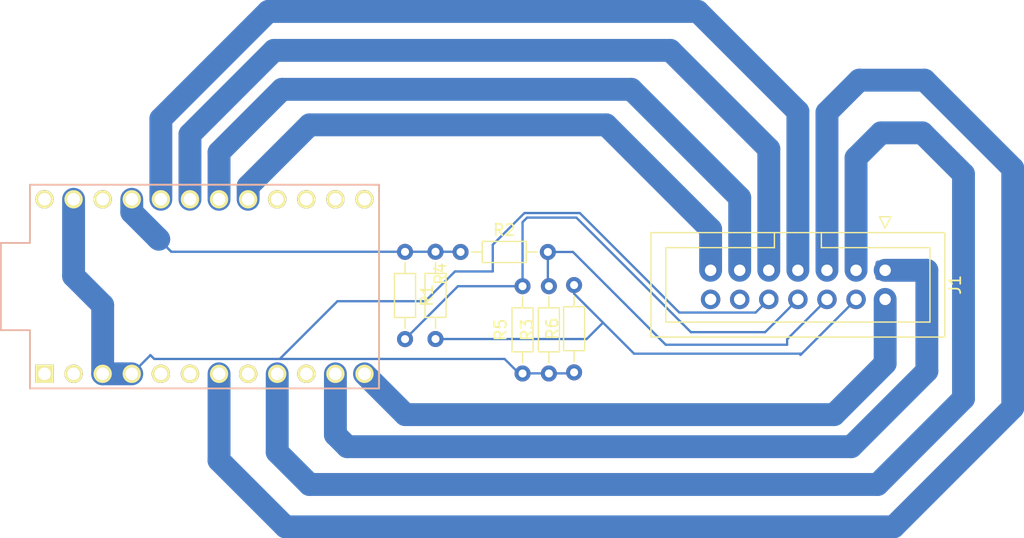
<source format=kicad_pcb>
(kicad_pcb (version 20240108) (generator "pcbnew") (generator_version "8.0")
  (layers (0 "F.Cu" signal) (31 "B.Cu" signal) (34 "B.Paste" user) (35 "F.Paste" user) (36 "B.SilkS" user "B.Silkscreen") (37 "F.SilkS" user "F.Silkscreen") (38 "B.Mask" user) (39 "F.Mask" user) (44 "Edge.Cuts" user))
  (net 0 "")
  (net 1 "Net-(J1-Pin_1)")
  (net 2 "Net-(J1-Pin_2)")
  (net 3 "Net-(J1-Pin_13)")
  (net 4 "Net-(J1-Pin_4)")
  (net 5 "Net-(J1-Pin_6)")
  (net 6 "Net-(J1-Pin_7)")
  (net 7 "Net-(J1-Pin_5)")
  (net 8 "Net-(J1-Pin_3)")
  (net 9 "Net-(J1-Pin_11)")
  (net 10 "Net-(U1-VCC)")
  (net 11 "GND")
  (net 24 "Net-(J1-Pin_8)")
  (net 25 "Net-(J1-Pin_9)")
  (footprint "Resistor_THT:R_Axial_DIN0204_L3.6mm_D1.6mm_P7.62mm_Horizontal" (layer "F.Cu") (at 86.4 72.31 90)
    (property "Reference" "R5" (at 3.81 -1.92 -90) (layer "F.SilkS"))
    (property "Value" "100")
    (fp_line (start 5.73 -0.92) (end 1.89 -0.92) (stroke (width 0.12)) (layer "F.SilkS"))
    (fp_line (start 1.89 -0.92) (end 1.89 0.92) (stroke (width 0.12)) (layer "F.SilkS"))
    (fp_line (start 6.68 0) (end 5.73 0) (stroke (width 0.12)) (layer "F.SilkS"))
    (fp_line (start 0.94 0) (end 1.89 0) (stroke (width 0.12)) (layer "F.SilkS"))
    (fp_line (start 5.73 0.92) (end 5.73 -0.92) (stroke (width 0.12)) (layer "F.SilkS"))
    (fp_line (start 1.89 0.92) (end 5.73 0.92) (stroke (width 0.12)) (layer "F.SilkS"))
    (pad "1" thru_hole circle (at 0 0 90) (size 1.4 1.4) (drill 0.7) (layers "*.Cu" "*.Mask") (net 11 "GND"))
    (pad "2" thru_hole oval (at 7.62 0 90) (size 1.4 1.4) (drill 0.7) (layers "*.Cu" "*.Mask") (net 24 "Net-(J1-Pin_8)"))
  )
  (footprint "Connector_IDC:IDC-Header_2x07_P2.54mm_Vertical" (layer "F.Cu") (at 118.06 63.3 -90)
    (property "Reference" "J1" (at 1.27 -6.1 90) (layer "F.SilkS"))
    (property "Value" "Conn_02x07_Odd_Even")
    (fp_line (start -3.29 20.45) (end -3.29 -5.21) (stroke (width 0.12)) (layer "F.SilkS"))
    (fp_line (start 5.83 20.45) (end -3.29 20.45) (stroke (width 0.12)) (layer "F.SilkS"))
    (fp_line (start -1.98 19.15) (end -1.98 9.67) (stroke (width 0.12)) (layer "F.SilkS"))
    (fp_line (start 4.52 19.15) (end -1.98 19.15) (stroke (width 0.12)) (layer "F.SilkS"))
    (fp_line (start -1.98 9.67) (end -3.29 9.67) (stroke (width 0.12)) (layer "F.SilkS"))
    (fp_line (start -1.98 9.67) (end -1.98 9.67) (stroke (width 0.12)) (layer "F.SilkS"))
    (fp_line (start -3.29 5.57) (end -1.98 5.57) (stroke (width 0.12)) (layer "F.SilkS"))
    (fp_line (start -1.98 5.57) (end -1.98 -3.91) (stroke (width 0.12)) (layer "F.SilkS"))
    (fp_line (start -4.68 0.5) (end -3.68 0) (stroke (width 0.12)) (layer "F.SilkS"))
    (fp_line (start -3.68 0) (end -4.68 -0.5) (stroke (width 0.12)) (layer "F.SilkS"))
    (fp_line (start -4.68 -0.5) (end -4.68 0.5) (stroke (width 0.12)) (layer "F.SilkS"))
    (fp_line (start -1.98 -3.91) (end 4.52 -3.91) (stroke (width 0.12)) (layer "F.SilkS"))
    (fp_line (start 4.52 -3.91) (end 4.52 19.15) (stroke (width 0.12)) (layer "F.SilkS"))
    (fp_line (start -3.29 -5.21) (end 5.83 -5.21) (stroke (width 0.12)) (layer "F.SilkS"))
    (fp_line (start 5.83 -5.21) (end 5.83 20.45) (stroke (width 0.12)) (layer "F.SilkS"))
    (pad "1" thru_hole roundrect (at 0 0 270) (size 1.7 1.7) (drill 1) (layers "*.Cu" "*.Mask") (roundrect_rratio 0.147059) (net 1 "Net-(J1-Pin_1)"))
    (pad "2" thru_hole circle (at 2.54 0 270) (size 1.7 1.7) (drill 1) (layers "*.Cu" "*.Mask") (net 2 "Net-(J1-Pin_2)"))
    (pad "3" thru_hole circle (at 0 2.54 270) (size 1.7 1.7) (drill 1) (layers "*.Cu" "*.Mask") (net 8 "Net-(J1-Pin_3)"))
    (pad "4" thru_hole circle (at 2.54 2.54 270) (size 1.7 1.7) (drill 1) (layers "*.Cu" "*.Mask") (net 4 "Net-(J1-Pin_4)"))
    (pad "5" thru_hole circle (at 0 5.08 270) (size 1.7 1.7) (drill 1) (layers "*.Cu" "*.Mask") (net 7 "Net-(J1-Pin_5)"))
    (pad "6" thru_hole circle (at 2.54 5.08 270) (size 1.7 1.7) (drill 1) (layers "*.Cu" "*.Mask") (net 5 "Net-(J1-Pin_6)"))
    (pad "7" thru_hole circle (at 0 7.62 270) (size 1.7 1.7) (drill 1) (layers "*.Cu" "*.Mask") (net 6 "Net-(J1-Pin_7)"))
    (pad "8" thru_hole circle (at 2.54 7.62 270) (size 1.7 1.7) (drill 1) (layers "*.Cu" "*.Mask") (net 24 "Net-(J1-Pin_8)"))
    (pad "9" thru_hole circle (at 0 10.16 270) (size 1.7 1.7) (drill 1) (layers "*.Cu" "*.Mask") (net 25 "Net-(J1-Pin_9)"))
    (pad "10" thru_hole circle (at 2.54 10.16 270) (size 1.7 1.7) (drill 1) (layers "*.Cu" "*.Mask") (net 11 "GND"))
    (pad "11" thru_hole circle (at 0 12.7 270) (size 1.7 1.7) (drill 1) (layers "*.Cu" "*.Mask") (net 9 "Net-(J1-Pin_11)"))
    (pad "12" thru_hole circle (at 2.54 12.7 270) (size 1.7 1.7) (drill 1) (layers "*.Cu" "*.Mask"))
    (pad "13" thru_hole circle (at 0 15.24 270) (size 1.7 1.7) (drill 1) (layers "*.Cu" "*.Mask") (net 3 "Net-(J1-Pin_13)"))
    (pad "14" thru_hole circle (at 2.54 15.24 270) (size 1.7 1.7) (drill 1) (layers "*.Cu" "*.Mask"))
  )
  (footprint "Resistor_THT:R_Axial_DIN0204_L3.6mm_D1.6mm_P7.62mm_Horizontal" (layer "F.Cu") (at 76.14 61.69 -90)
    (property "Reference" "R1" (at 3.81 -1.92 90) (layer "F.SilkS"))
    (property "Value" "220")
    (fp_line (start 1.89 0.92) (end 5.73 0.92) (stroke (width 0.12)) (layer "F.SilkS"))
    (fp_line (start 5.73 0.92) (end 5.73 -0.92) (stroke (width 0.12)) (layer "F.SilkS"))
    (fp_line (start 0.94 0) (end 1.89 0) (stroke (width 0.12)) (layer "F.SilkS"))
    (fp_line (start 6.68 0) (end 5.73 0) (stroke (width 0.12)) (layer "F.SilkS"))
    (fp_line (start 1.89 -0.92) (end 1.89 0.92) (stroke (width 0.12)) (layer "F.SilkS"))
    (fp_line (start 5.73 -0.92) (end 1.89 -0.92) (stroke (width 0.12)) (layer "F.SilkS"))
    (pad "1" thru_hole circle (at 0 0 270) (size 1.4 1.4) (drill 0.7) (layers "*.Cu" "*.Mask") (net 10 "Net-(U1-VCC)"))
    (pad "2" thru_hole oval (at 7.62 0 270) (size 1.4 1.4) (drill 0.7) (layers "*.Cu" "*.Mask") (net 24 "Net-(J1-Pin_8)"))
  )
  (footprint "Resistor_THT:R_Axial_DIN0204_L3.6mm_D1.6mm_P7.62mm_Horizontal" (layer "F.Cu") (at 90.9 72.21 90)
    (property "Reference" "R6" (at 3.81 -1.92 -90) (layer "F.SilkS"))
    (property "Value" "1k")
    (fp_line (start 5.73 -0.92) (end 1.89 -0.92) (stroke (width 0.12)) (layer "F.SilkS"))
    (fp_line (start 1.89 -0.92) (end 1.89 0.92) (stroke (width 0.12)) (layer "F.SilkS"))
    (fp_line (start 6.68 0) (end 5.73 0) (stroke (width 0.12)) (layer "F.SilkS"))
    (fp_line (start 0.94 0) (end 1.89 0) (stroke (width 0.12)) (layer "F.SilkS"))
    (fp_line (start 5.73 0.92) (end 5.73 -0.92) (stroke (width 0.12)) (layer "F.SilkS"))
    (fp_line (start 1.89 0.92) (end 5.73 0.92) (stroke (width 0.12)) (layer "F.SilkS"))
    (pad "1" thru_hole circle (at 0 0 90) (size 1.4 1.4) (drill 0.7) (layers "*.Cu" "*.Mask") (net 11 "GND"))
    (pad "2" thru_hole oval (at 7.62 0 90) (size 1.4 1.4) (drill 0.7) (layers "*.Cu" "*.Mask") (net 4 "Net-(J1-Pin_4)"))
  )
  (footprint "promicro:ProMicro" (layer "F.Cu") (at 58.63 64.72)
    (property "Reference" "U1" (hide yes))
    (property "Value" "ProMicro" (hide yes))
    (fp_line (start -17.78 -3.81) (end -15.24 -3.81) (stroke (width 0.15)) (layer "B.SilkS"))
    (fp_line (start -17.78 3.81) (end -17.78 -3.81) (stroke (width 0.15)) (layer "B.SilkS"))
    (fp_line (start -15.24 -8.89) (end 15.24 -8.89) (stroke (width 0.15)) (layer "B.SilkS"))
    (fp_line (start -15.24 -3.81) (end -15.24 -8.89) (stroke (width 0.15)) (layer "B.SilkS"))
    (fp_line (start -15.24 3.81) (end -17.78 3.81) (stroke (width 0.15)) (layer "B.SilkS"))
    (fp_line (start -15.24 8.89) (end -15.24 3.81) (stroke (width 0.15)) (layer "B.SilkS"))
    (fp_line (start 15.24 -8.89) (end 15.24 8.89) (stroke (width 0.15)) (layer "B.SilkS"))
    (fp_line (start 15.24 8.89) (end -15.24 8.89) (stroke (width 0.15)) (layer "B.SilkS"))
    (fp_line (start -17.78 -3.81) (end -15.24 -3.81) (stroke (width 0.15)) (layer "F.SilkS"))
    (fp_line (start -17.78 3.81) (end -17.78 -3.81) (stroke (width 0.15)) (layer "F.SilkS"))
    (fp_line (start -15.24 -8.89) (end 15.24 -8.89) (stroke (width 0.15)) (layer "F.SilkS"))
    (fp_line (start -15.24 -3.81) (end -15.24 -8.89) (stroke (width 0.15)) (layer "F.SilkS"))
    (fp_line (start -15.24 3.81) (end -17.78 3.81) (stroke (width 0.15)) (layer "F.SilkS"))
    (fp_line (start -15.24 8.89) (end -15.24 3.81) (stroke (width 0.15)) (layer "F.SilkS"))
    (fp_line (start -15.24 8.89) (end 15.24 8.89) (stroke (width 0.15)) (layer "F.SilkS"))
    (fp_line (start 15.24 -8.89) (end 15.24 8.89) (stroke (width 0.15)) (layer "F.SilkS"))
    (pad "1" thru_hole rect (at -13.97 7.62) (size 1.6 1.6) (drill 1.1) (layers "*.Cu" "*.Mask" "F.SilkS"))
    (pad "2" thru_hole circle (at -11.43 7.62) (size 1.6 1.6) (drill 1.1) (layers "*.Cu" "*.Mask" "F.SilkS"))
    (pad "3" thru_hole circle (at -8.89 7.62) (size 1.6 1.6) (drill 1.1) (layers "*.Cu" "*.Mask" "F.SilkS") (net 11 "GND"))
    (pad "4" thru_hole circle (at -6.35 7.62) (size 1.6 1.6) (drill 1.1) (layers "*.Cu" "*.Mask" "F.SilkS") (net 11 "GND"))
    (pad "5" thru_hole circle (at -3.81 7.62) (size 1.6 1.6) (drill 1.1) (layers "*.Cu" "*.Mask" "F.SilkS"))
    (pad "6" thru_hole circle (at -1.27 7.62) (size 1.6 1.6) (drill 1.1) (layers "*.Cu" "*.Mask" "F.SilkS"))
    (pad "7" thru_hole circle (at 1.27 7.62) (size 1.6 1.6) (drill 1.1) (layers "*.Cu" "*.Mask" "F.SilkS") (net 7 "Net-(J1-Pin_5)"))
    (pad "8" thru_hole circle (at 3.81 7.62) (size 1.6 1.6) (drill 1.1) (layers "*.Cu" "*.Mask" "F.SilkS"))
    (pad "9" thru_hole circle (at 6.35 7.62) (size 1.6 1.6) (drill 1.1) (layers "*.Cu" "*.Mask" "F.SilkS") (net 8 "Net-(J1-Pin_3)"))
    (pad "10" thru_hole circle (at 8.89 7.62) (size 1.6 1.6) (drill 1.1) (layers "*.Cu" "*.Mask" "F.SilkS"))
    (pad "11" thru_hole circle (at 11.43 7.62) (size 1.6 1.6) (drill 1.1) (layers "*.Cu" "*.Mask" "F.SilkS") (net 1 "Net-(J1-Pin_1)"))
    (pad "12" thru_hole circle (at 13.97 7.62) (size 1.6 1.6) (drill 1.1) (layers "*.Cu" "*.Mask" "F.SilkS") (net 2 "Net-(J1-Pin_2)"))
    (pad "13" thru_hole circle (at 13.97 -7.62) (size 1.6 1.6) (drill 1.1) (layers "*.Cu" "*.Mask" "F.SilkS"))
    (pad "14" thru_hole circle (at 11.43 -7.62) (size 1.6 1.6) (drill 1.1) (layers "*.Cu" "*.Mask" "F.SilkS"))
    (pad "15" thru_hole circle (at 8.89 -7.62) (size 1.6 1.6) (drill 1.1) (layers "*.Cu" "*.Mask" "F.SilkS"))
    (pad "16" thru_hole circle (at 6.35 -7.62) (size 1.6 1.6) (drill 1.1) (layers "*.Cu" "*.Mask" "F.SilkS"))
    (pad "17" thru_hole circle (at 3.81 -7.62) (size 1.6 1.6) (drill 1.1) (layers "*.Cu" "*.Mask" "F.SilkS") (net 3 "Net-(J1-Pin_13)"))
    (pad "18" thru_hole circle (at 1.27 -7.62) (size 1.6 1.6) (drill 1.1) (layers "*.Cu" "*.Mask" "F.SilkS") (net 9 "Net-(J1-Pin_11)"))
    (pad "19" thru_hole circle (at -1.27 -7.62) (size 1.6 1.6) (drill 1.1) (layers "*.Cu" "*.Mask" "F.SilkS") (net 25 "Net-(J1-Pin_9)"))
    (pad "20" thru_hole circle (at -3.81 -7.62) (size 1.6 1.6) (drill 1.1) (layers "*.Cu" "*.Mask" "F.SilkS") (net 6 "Net-(J1-Pin_7)"))
    (pad "21" thru_hole circle (at -6.35 -7.62) (size 1.6 1.6) (drill 1.1) (layers "*.Cu" "*.Mask" "F.SilkS") (net 10 "Net-(U1-VCC)"))
    (pad "22" thru_hole circle (at -8.89 -7.62) (size 1.6 1.6) (drill 1.1) (layers "*.Cu" "*.Mask" "F.SilkS"))
    (pad "23" thru_hole circle (at -11.43 -7.62) (size 1.6 1.6) (drill 1.1) (layers "*.Cu" "*.Mask" "F.SilkS") (net 11 "GND"))
    (pad "24" thru_hole circle (at -13.97 -7.62) (size 1.6 1.6) (drill 1.1) (layers "*.Cu" "*.Mask" "F.SilkS"))
  )
  (footprint "Resistor_THT:R_Axial_DIN0204_L3.6mm_D1.6mm_P7.62mm_Horizontal" (layer "F.Cu") (at 78.8 61.68 -90)
    (property "Reference" "R4" (at 1.92 -0.44 90) (layer "F.SilkS"))
    (property "Value" "220")
    (fp_line (start 1.89 0.92) (end 5.73 0.92) (stroke (width 0.12)) (layer "F.SilkS"))
    (fp_line (start 5.73 0.92) (end 5.73 -0.92) (stroke (width 0.12)) (layer "F.SilkS"))
    (fp_line (start 0.94 0) (end 1.89 0) (stroke (width 0.12)) (layer "F.SilkS"))
    (fp_line (start 6.68 0) (end 5.73 0) (stroke (width 0.12)) (layer "F.SilkS"))
    (fp_line (start 1.89 -0.92) (end 1.89 0.92) (stroke (width 0.12)) (layer "F.SilkS"))
    (fp_line (start 5.73 -0.92) (end 1.89 -0.92) (stroke (width 0.12)) (layer "F.SilkS"))
    (pad "1" thru_hole circle (at 0 0 270) (size 1.4 1.4) (drill 0.7) (layers "*.Cu" "*.Mask") (net 10 "Net-(U1-VCC)"))
    (pad "2" thru_hole oval (at 7.62 0 270) (size 1.4 1.4) (drill 0.7) (layers "*.Cu" "*.Mask") (net 4 "Net-(J1-Pin_4)"))
  )
  (footprint "Resistor_THT:R_Axial_DIN0204_L3.6mm_D1.6mm_P7.62mm_Horizontal" (layer "F.Cu") (at 88.7 72.31 90)
    (property "Reference" "R3" (at 3.81 -1.92 -90) (layer "F.SilkS"))
    (property "Value" "220")
    (fp_line (start 5.73 -0.92) (end 1.89 -0.92) (stroke (width 0.12)) (layer "F.SilkS"))
    (fp_line (start 1.89 -0.92) (end 1.89 0.92) (stroke (width 0.12)) (layer "F.SilkS"))
    (fp_line (start 6.68 0) (end 5.73 0) (stroke (width 0.12)) (layer "F.SilkS"))
    (fp_line (start 0.94 0) (end 1.89 0) (stroke (width 0.12)) (layer "F.SilkS"))
    (fp_line (start 5.73 0.92) (end 5.73 -0.92) (stroke (width 0.12)) (layer "F.SilkS"))
    (fp_line (start 1.89 0.92) (end 5.73 0.92) (stroke (width 0.12)) (layer "F.SilkS"))
    (pad "1" thru_hole circle (at 0 0 90) (size 1.4 1.4) (drill 0.7) (layers "*.Cu" "*.Mask") (net 11 "GND"))
    (pad "2" thru_hole oval (at 7.62 0 90) (size 1.4 1.4) (drill 0.7) (layers "*.Cu" "*.Mask") (net 5 "Net-(J1-Pin_6)"))
  )
  (footprint "Resistor_THT:R_Axial_DIN0204_L3.6mm_D1.6mm_P7.62mm_Horizontal" (layer "F.Cu") (at 80.99 61.7)
    (property "Reference" "R2" (at 3.81 -1.92 0) (layer "F.SilkS"))
    (property "Value" "220")
    (fp_line (start 0.94 0) (end 1.89 0) (stroke (width 0.12)) (layer "F.SilkS"))
    (fp_line (start 1.89 -0.92) (end 1.89 0.92) (stroke (width 0.12)) (layer "F.SilkS"))
    (fp_line (start 1.89 0.92) (end 5.73 0.92) (stroke (width 0.12)) (layer "F.SilkS"))
    (fp_line (start 5.73 -0.92) (end 1.89 -0.92) (stroke (width 0.12)) (layer "F.SilkS"))
    (fp_line (start 5.73 0.92) (end 5.73 -0.92) (stroke (width 0.12)) (layer "F.SilkS"))
    (fp_line (start 6.68 0) (end 5.73 0) (stroke (width 0.12)) (layer "F.SilkS"))
    (pad "1" thru_hole circle (at 0 0) (size 1.4 1.4) (drill 0.7) (layers "*.Cu" "*.Mask") (net 10 "Net-(U1-VCC)"))
    (pad "2" thru_hole oval (at 7.62 0) (size 1.4 1.4) (drill 0.7) (layers "*.Cu" "*.Mask") (net 5 "Net-(J1-Pin_6)"))
  )
  (segment (start 70.06 77.66) (end 71.1 78.7) (width 2) (layer "B.Cu") (net 1))
  (segment (start 115.1 78.7) (end 121.7 72.1) (width 2) (layer "B.Cu") (net 1))
  (segment (start 71.1 78.7) (end 115.1 78.7) (width 2) (layer "B.Cu") (net 1))
  (segment (start 70.06 72.34) (end 70.06 77.66) (width 2) (layer "B.Cu") (net 1))
  (segment (start 121.7 63.3) (end 118.06 63.3) (width 2) (layer "B.Cu") (net 1))
  (segment (start 121.7 72.1) (end 121.7 63.3) (width 2) (layer "B.Cu") (net 1))
  (segment (start 76.16 75.9) (end 113.6 75.9) (width 2) (layer "B.Cu") (net 2))
  (segment (start 72.6 72.34) (end 76.16 75.9) (width 2) (layer "B.Cu") (net 2))
  (segment (start 113.6 75.9) (end 118.06 71.44) (width 2) (layer "B.Cu") (net 2))
  (segment (start 118.06 71.44) (end 118.06 65.84) (width 2) (layer "B.Cu") (net 2))
  (segment (start 102.82 59.72) (end 102.82 63.3) (width 2) (layer "B.Cu") (net 3))
  (segment (start 62.44 57.1) (end 62.44 55.96863) (width 2) (layer "B.Cu") (net 3))
  (segment (start 67.80863 50.6) (end 93.7 50.6) (width 2) (layer "B.Cu") (net 3))
  (segment (start 93.7 50.6) (end 102.82 59.72) (width 2) (layer "B.Cu") (net 3))
  (segment (start 62.44 55.96863) (end 67.80863 50.6) (width 2) (layer "B.Cu") (net 3))
  (segment (start 110.78 70.58) (end 110.66 70.7) (width 0.2) (layer "B.Cu") (net 4))
  (segment (start 78.8 69.3) (end 92 69.3) (width 0.2) (layer "B.Cu") (net 4))
  (segment (start 90.9 65.345685) (end 93.427158 67.872842) (width 0.2) (layer "B.Cu") (net 4))
  (segment (start 114.28 67.08) (end 110.78 70.58) (width 0.2) (layer "B.Cu") (net 4))
  (segment (start 92 69.3) (end 93.427158 67.872842) (width 0.2) (layer "B.Cu") (net 4))
  (segment (start 115.52 65.84) (end 114.28 67.08) (width 0.2) (layer "B.Cu") (net 4))
  (segment (start 78.8 68.8) (end 78.8 69.3) (width 0.2) (layer "B.Cu") (net 4))
  (segment (start 90.9 64.59) (end 90.9 65.345685) (width 0.2) (layer "B.Cu") (net 4))
  (segment (start 96.134315 70.58) (end 110.78 70.58) (width 0.2) (layer "B.Cu") (net 4))
  (segment (start 93.427158 67.872842) (end 96.134315 70.58) (width 0.2) (layer "B.Cu") (net 4))
  (segment (start 109.5 69.32) (end 112.98 65.84) (width 0.2) (layer "B.Cu") (net 5))
  (segment (start 109.5 69.8) (end 109.5 69.32) (width 0.2) (layer "B.Cu") (net 5))
  (segment (start 90.8 61.7) (end 98.9 69.8) (width 0.2) (layer "B.Cu") (net 5))
  (segment (start 88.61 61.7) (end 88.61 64.6) (width 0.2) (layer "B.Cu") (net 5))
  (segment (start 88.61 61.7) (end 90.8 61.7) (width 0.2) (layer "B.Cu") (net 5))
  (segment (start 88.61 64.6) (end 88.7 64.69) (width 0.2) (layer "B.Cu") (net 5))
  (segment (start 98.9 69.8) (end 109.5 69.8) (width 0.2) (layer "B.Cu") (net 5))
  (segment (start 64.2 40.7) (end 101.7 40.7) (width 2) (layer "B.Cu") (net 6))
  (segment (start 110.44 49.44) (end 110.44 63.3) (width 2) (layer "B.Cu") (net 6))
  (segment (start 54.82 57.1) (end 54.82 50.08) (width 2) (layer "B.Cu") (net 6))
  (segment (start 54.82 50.08) (end 64.2 40.7) (width 2) (layer "B.Cu") (net 6))
  (segment (start 101.7 40.7) (end 110.44 49.44) (width 2) (layer "B.Cu") (net 6))
  (segment (start 129.2 75.3) (end 129.2 54.4) (width 2) (layer "B.Cu") (net 7))
  (segment (start 65.7 85.7) (end 118.8 85.7) (width 2) (layer "B.Cu") (net 7))
  (segment (start 129.2 54.4) (end 121.5 46.7) (width 2) (layer "B.Cu") (net 7))
  (segment (start 59.9 79.9) (end 65.7 85.7) (width 2) (layer "B.Cu") (net 7))
  (segment (start 112.98 49.52) (end 112.98 63.3) (width 2) (layer "B.Cu") (net 7))
  (segment (start 118.8 85.7) (end 129.2 75.3) (width 2) (layer "B.Cu") (net 7))
  (segment (start 59.9 72.34) (end 59.9 79.9) (width 2) (layer "B.Cu") (net 7))
  (segment (start 115.8 46.7) (end 112.98 49.52) (width 2) (layer "B.Cu") (net 7))
  (segment (start 121.5 46.7) (end 115.8 46.7) (width 2) (layer "B.Cu") (net 7))
  (segment (start 117.7 51.3) (end 115.52 53.48) (width 2) (layer "B.Cu") (net 8))
  (segment (start 67.8 82) (end 117.4 82) (width 2) (layer "B.Cu") (net 8))
  (segment (start 117.4 82) (end 124.9 74.5) (width 2) (layer "B.Cu") (net 8))
  (segment (start 124.9 54.9) (end 121.3 51.3) (width 2) (layer "B.Cu") (net 8))
  (segment (start 115.52 53.48) (end 115.52 63.3) (width 2) (layer "B.Cu") (net 8))
  (segment (start 121.3 51.3) (end 117.7 51.3) (width 2) (layer "B.Cu") (net 8))
  (segment (start 64.98 79.18) (end 67.8 82) (width 2) (layer "B.Cu") (net 8))
  (segment (start 64.98 72.34) (end 64.98 79.18) (width 2) (layer "B.Cu") (net 8))
  (segment (start 124.9 74.5) (end 124.9 54.9) (width 2) (layer "B.Cu") (net 8))
  (segment (start 105.36 56.96) (end 105.36 63.3) (width 2) (layer "B.Cu") (net 9))
  (segment (start 59.9 57.1) (end 59.9 53) (width 2) (layer "B.Cu") (net 9))
  (segment (start 95.9 47.5) (end 105.36 56.96) (width 2) (layer "B.Cu") (net 9))
  (segment (start 65.4 47.5) (end 95.9 47.5) (width 2) (layer "B.Cu") (net 9))
  (segment (start 59.9 53) (end 65.4 47.5) (width 2) (layer "B.Cu") (net 9))
  (segment (start 55.72863 61.68) (end 54.524315 60.475685) (width 0.2) (layer "B.Cu") (net 10))
  (segment (start 52.28 58.23137) (end 54.524315 60.475685) (width 2) (layer "B.Cu") (net 10))
  (segment (start 52.28 57.1) (end 52.28 58.23137) (width 2) (layer "B.Cu") (net 10))
  (segment (start 55.64863 61.6) (end 54.63863 60.59) (width 0.2) (layer "B.Cu") (net 10))
  (segment (start 54.524315 60.475685) (end 54.63863 60.59) (width 2) (layer "B.Cu") (net 10))
  (segment (start 81.2 61.68) (end 55.72863 61.68) (width 0.2) (layer "B.Cu") (net 10))
  (segment (start 49.74 66.34) (end 49.74 72.34) (width 2) (layer "B.Cu") (net 11))
  (segment (start 106.75 66.99) (end 100.09 66.99) (width 0.2) (layer "B.Cu") (net 11))
  (segment (start 107.9 65.84) (end 106.75 66.99) (width 0.2) (layer "B.Cu") (net 11))
  (segment (start 86 72.21) (end 84.83 71.04) (width 0.2) (layer "B.Cu") (net 11))
  (segment (start 91.4 58.3) (end 86.564214 58.3) (width 0.2) (layer "B.Cu") (net 11))
  (segment (start 49.74 72.34) (end 52.28 72.34) (width 2) (layer "B.Cu") (net 11))
  (segment (start 84.83 71.04) (end 65.2 71.04) (width 0.2) (layer "B.Cu") (net 11))
  (segment (start 83.8 61.064214) (end 83.8 63.4) (width 0.2) (layer "B.Cu") (net 11))
  (segment (start 53.9 70.72) (end 53.9 70.7) (width 0.2) (layer "B.Cu") (net 11))
  (segment (start 47.2 63.8) (end 49.74 66.34) (width 2) (layer "B.Cu") (net 11))
  (segment (start 83.8 63.4) (end 80.5 63.4) (width 0.2) (layer "B.Cu") (net 11))
  (segment (start 65.2 71.04) (end 54.24 71.04) (width 0.2) (layer "B.Cu") (net 11))
  (segment (start 90.8 72.3) (end 86.09 72.3) (width 0.2) (layer "B.Cu") (net 11))
  (segment (start 52.28 72.34) (end 53.9 70.72) (width 0.2) (layer "B.Cu") (net 11))
  (segment (start 47.2 57.1) (end 47.2 63.8) (width 2) (layer "B.Cu") (net 11))
  (segment (start 80.5 63.4) (end 77.9 66) (width 0.2) (layer "B.Cu") (net 11))
  (segment (start 100.09 66.99) (end 91.4 58.3) (width 0.2) (layer "B.Cu") (net 11))
  (segment (start 54.24 71.04) (end 53.9 70.7) (width 0.2) (layer "B.Cu") (net 11))
  (segment (start 86.09 72.3) (end 86 72.21) (width 0.2) (layer "B.Cu") (net 11))
  (segment (start 86.564214 58.3) (end 83.8 61.064214) (width 0.2) (layer "B.Cu") (net 11))
  (segment (start 77.9 66) (end 70.24 66) (width 0.2) (layer "B.Cu") (net 11))
  (segment (start 70.24 66) (end 65.2 71.04) (width 0.2) (layer "B.Cu") (net 11))
  (segment (start 107.58 68.7) (end 101.1 68.7) (width 0.2) (layer "B.Cu") (net 24))
  (segment (start 91.1 58.7) (end 86.8 58.7) (width 0.2) (layer "B.Cu") (net 24))
  (segment (start 110.44 65.84) (end 107.58 68.7) (width 0.2) (layer "B.Cu") (net 24))
  (segment (start 80.76 64.69) (end 86.4 64.69) (width 0.2) (layer "B.Cu") (net 24))
  (segment (start 86.4 59.1) (end 86.4 64.69) (width 0.2) (layer "B.Cu") (net 24))
  (segment (start 86.8 58.7) (end 86.4 59.1) (width 0.2) (layer "B.Cu") (net 24))
  (segment (start 101.1 68.7) (end 91.1 58.7) (width 0.2) (layer "B.Cu") (net 24))
  (segment (start 76.14 69.31) (end 80.76 64.69) (width 0.2) (layer "B.Cu") (net 24))
  (segment (start 57.36 57.1) (end 57.36 51.44) (width 2) (layer "B.Cu") (net 25))
  (segment (start 57.36 51.44) (end 64.7 44.1) (width 2) (layer "B.Cu") (net 25))
  (segment (start 64.7 44.1) (end 99.3 44.1) (width 2) (layer "B.Cu") (net 25))
  (segment (start 99.3 44.1) (end 107.9 52.7) (width 2) (layer "B.Cu") (net 25))
  (segment (start 107.9 52.7) (end 107.9 63.3) (width 2) (layer "B.Cu") (net 25))
)
</source>
